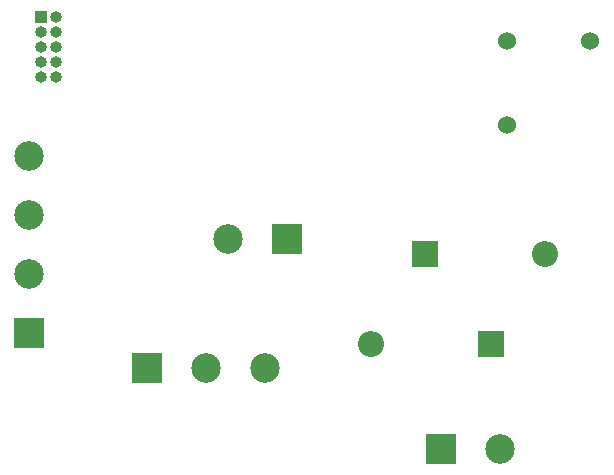
<source format=gbr>
%TF.GenerationSoftware,KiCad,Pcbnew,(6.0.8)*%
%TF.CreationDate,2023-02-22T01:01:07+01:00*%
%TF.ProjectId,EECD-22-7,45454344-2d32-4322-9d37-2e6b69636164,rev?*%
%TF.SameCoordinates,Original*%
%TF.FileFunction,Soldermask,Bot*%
%TF.FilePolarity,Negative*%
%FSLAX46Y46*%
G04 Gerber Fmt 4.6, Leading zero omitted, Abs format (unit mm)*
G04 Created by KiCad (PCBNEW (6.0.8)) date 2023-02-22 01:01:07*
%MOMM*%
%LPD*%
G01*
G04 APERTURE LIST*
%ADD10R,2.500000X2.500000*%
%ADD11C,2.500000*%
%ADD12R,2.200000X2.200000*%
%ADD13O,2.200000X2.200000*%
%ADD14R,1.000000X1.000000*%
%ADD15O,1.000000X1.000000*%
%ADD16C,1.524000*%
G04 APERTURE END LIST*
D10*
%TO.C,J3*%
X131866000Y-145034000D03*
D11*
X136866000Y-145034000D03*
%TD*%
D12*
%TO.C,D1*%
X136144000Y-136144000D03*
D13*
X125984000Y-136144000D03*
%TD*%
D14*
%TO.C,J4*%
X98017000Y-108448000D03*
D15*
X99287000Y-108448000D03*
X98017000Y-109718000D03*
X99287000Y-109718000D03*
X98017000Y-110988000D03*
X99287000Y-110988000D03*
X98017000Y-112258000D03*
X99287000Y-112258000D03*
X98017000Y-113528000D03*
X99287000Y-113528000D03*
%TD*%
D16*
%TO.C,U1*%
X144505000Y-110511000D03*
X137435000Y-110511000D03*
X137435000Y-117581000D03*
%TD*%
D12*
%TO.C,D2*%
X130556000Y-128524000D03*
D13*
X140716000Y-128524000D03*
%TD*%
D10*
%TO.C,J1*%
X107014000Y-138176000D03*
D11*
X112014000Y-138176000D03*
X117014000Y-138176000D03*
%TD*%
D10*
%TO.C,J5*%
X118832000Y-127254000D03*
D11*
X113832000Y-127254000D03*
%TD*%
D10*
%TO.C,J2*%
X97028000Y-135262000D03*
D11*
X97028000Y-130262000D03*
X97028000Y-125262000D03*
X97028000Y-120262000D03*
%TD*%
M02*

</source>
